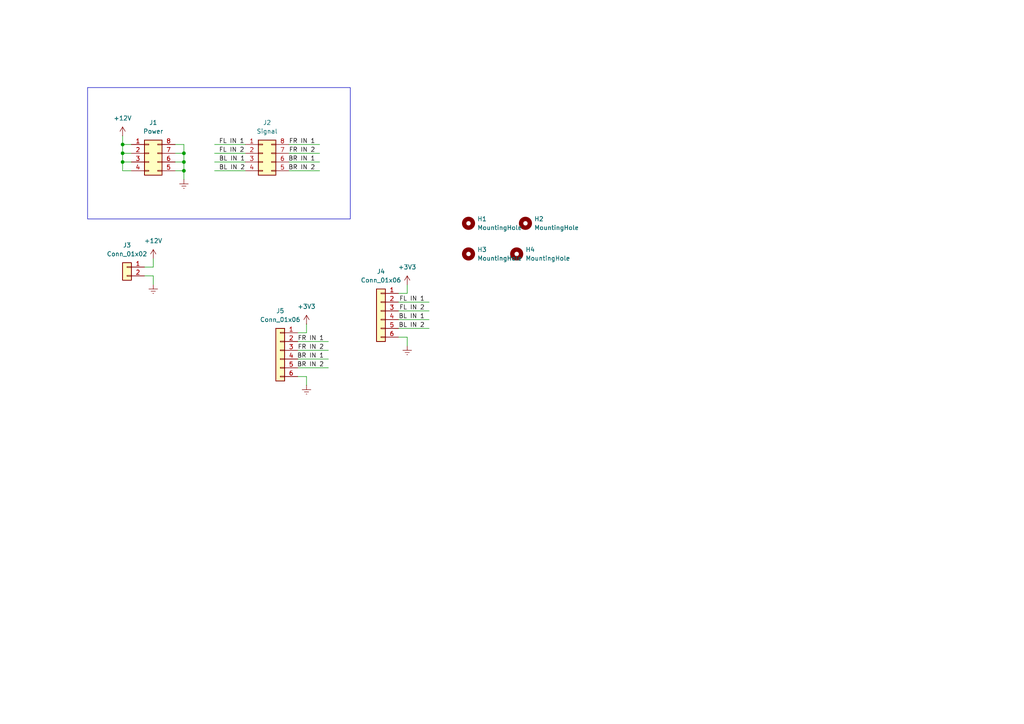
<source format=kicad_sch>
(kicad_sch (version 20231120) (generator "eeschema") (generator_version "8.0")
  (paper "A4")
  (lib_symbols
    (symbol "Connector_Generic:Conn_01x02" (pin_names (offset 1.016) hide)
      (property "Reference" "J" (at 0 2.54 0))
      (property "Value" "Conn_01x02" (at 0 -5.08 0))
      (symbol "Conn_01x02_1_1"
        (rectangle (start -1.27 -2.413) (end 0 -2.667) (stroke (width 0.1524)))
        (rectangle (start -1.27 0.127) (end 0 -0.127) (stroke (width 0.1524)))
        (rectangle (start -1.27 1.27) (end 1.27 -3.81) (stroke (width 0.254)) (fill (type background)))
        (pin passive line (at -5.08 0 0) (length 3.81) (name "Pin_1") (number "1"))
        (pin passive line (at -5.08 -2.54 0) (length 3.81) (name "Pin_2") (number "2"))
      )
    )
    (symbol "Connector_Generic:Conn_01x06" (pin_names (offset 1.016) hide)
      (property "Reference" "J" (at 0 7.62 0))
      (property "Value" "Conn_01x06" (at 0 -10.16 0))
      (symbol "Conn_01x06_1_1"
        (rectangle (start -1.27 -7.493) (end 0 -7.747) (stroke (width 0.1524)))
        (rectangle (start -1.27 -4.953) (end 0 -5.207) (stroke (width 0.1524)))
        (rectangle (start -1.27 -2.413) (end 0 -2.667) (stroke (width 0.1524)))
        (rectangle (start -1.27 0.127) (end 0 -0.127) (stroke (width 0.1524)))
        (rectangle (start -1.27 2.667) (end 0 2.413) (stroke (width 0.1524)))
        (rectangle (start -1.27 5.207) (end 0 4.953) (stroke (width 0.1524)))
        (rectangle (start -1.27 6.35) (end 1.27 -8.89) (stroke (width 0.254)) (fill (type background)))
        (pin passive line (at -5.08 5.08 0) (length 3.81) (name "Pin_1") (number "1"))
        (pin passive line (at -5.08 2.54 0) (length 3.81) (name "Pin_2") (number "2"))
        (pin passive line (at -5.08 0 0) (length 3.81) (name "Pin_3") (number "3"))
        (pin passive line (at -5.08 -2.54 0) (length 3.81) (name "Pin_4") (number "4"))
        (pin passive line (at -5.08 -5.08 0) (length 3.81) (name "Pin_5") (number "5"))
        (pin passive line (at -5.08 -7.62 0) (length 3.81) (name "Pin_6") (number "6"))
      )
    )
    (symbol "Connector_Generic:Conn_02x04_Counter_Clockwise" (pin_names (offset 1.016) hide)
      (property "Reference" "J" (at 1.27 5.08 0))
      (property "Value" "Conn_02x04_Counter_Clockwise" (at 1.27 -7.62 0))
      (symbol "Conn_02x04_Counter_Clockwise_1_1"
        (rectangle (start -1.27 -4.953) (end 0 -5.207) (stroke (width 0.1524)))
        (rectangle (start -1.27 -2.413) (end 0 -2.667) (stroke (width 0.1524)))
        (rectangle (start -1.27 0.127) (end 0 -0.127) (stroke (width 0.1524)))
        (rectangle (start -1.27 2.667) (end 0 2.413) (stroke (width 0.1524)))
        (rectangle (start -1.27 3.81) (end 3.81 -6.35) (stroke (width 0.254)) (fill (type background)))
        (rectangle (start 3.81 -4.953) (end 2.54 -5.207) (stroke (width 0.1524)))
        (rectangle (start 3.81 -2.413) (end 2.54 -2.667) (stroke (width 0.1524)))
        (rectangle (start 3.81 0.127) (end 2.54 -0.127) (stroke (width 0.1524)))
        (rectangle (start 3.81 2.667) (end 2.54 2.413) (stroke (width 0.1524)))
        (pin passive line (at -5.08 2.54 0) (length 3.81) (name "Pin_1") (number "1"))
        (pin passive line (at -5.08 0 0) (length 3.81) (name "Pin_2") (number "2"))
        (pin passive line (at -5.08 -2.54 0) (length 3.81) (name "Pin_3") (number "3"))
        (pin passive line (at -5.08 -5.08 0) (length 3.81) (name "Pin_4") (number "4"))
        (pin passive line (at 7.62 -5.08 180) (length 3.81) (name "Pin_5") (number "5"))
        (pin passive line (at 7.62 -2.54 180) (length 3.81) (name "Pin_6") (number "6"))
        (pin passive line (at 7.62 0 180) (length 3.81) (name "Pin_7") (number "7"))
        (pin passive line (at 7.62 2.54 180) (length 3.81) (name "Pin_8") (number "8"))
      )
    )
    (symbol "Mechanical:MountingHole" (pin_names (offset 1.016)) (exclude_from_sim yes) (in_bom no)
      (property "Reference" "H" (at 0 5.08 0))
      (property "Value" "MountingHole" (at 0 3.175 0))
      (symbol "MountingHole_0_1"
        (circle (center 0 0) (radius 1.27) (stroke (width 1.27)))
      )
    )
    (symbol "power:+12V" (power) (pin_numbers hide) (pin_names (offset 0) hide)
      (property "Value" "+12V" (at 0 3.556 0))
      (symbol "+12V_0_1"
        (polyline (pts (xy -0.762 1.27) (xy 0 2.54)))
        (polyline (pts (xy 0 0) (xy 0 2.54)))
        (polyline (pts (xy 0 2.54) (xy 0.762 1.27)))
      )
      (symbol "+12V_1_1"
        (pin power_in line (at 0 0 90) (length 0) (name "~") (number "1"))
      )
    )
    (symbol "power:+3V3" (power) (pin_numbers hide) (pin_names (offset 0) hide)
      (property "Value" "+3V3" (at 0 3.556 0))
      (symbol "+3V3_0_1"
        (polyline (pts (xy -0.762 1.27) (xy 0 2.54)))
        (polyline (pts (xy 0 0) (xy 0 2.54)))
        (polyline (pts (xy 0 2.54) (xy 0.762 1.27)))
      )
      (symbol "+3V3_1_1"
        (pin power_in line (at 0 0 90) (length 0) (name "~") (number "1"))
      )
    )
    (symbol "power:GNDREF" (power) (pin_numbers hide) (pin_names (offset 0) hide)
      (property "Value" "GNDREF" (at 0 -3.81 0))
      (symbol "GNDREF_0_1"
        (polyline (pts (xy -0.635 -1.905) (xy 0.635 -1.905)))
        (polyline (pts (xy -0.127 -2.54) (xy 0.127 -2.54)))
        (polyline (pts (xy 0 -1.27) (xy 0 0)))
        (polyline (pts (xy 1.27 -1.27) (xy -1.27 -1.27)))
      )
      (symbol "GNDREF_1_1"
        (pin power_in line (at 0 0 270) (length 0) (name "~") (number "1"))
      )
    )
  )
  (junction (at 35.56 44.45))
  (junction (at 53.34 46.99))
  (junction (at 53.34 44.45))
  (junction (at 35.56 46.99))
  (junction (at 53.34 49.53))
  (junction (at 35.56 41.91))
  (wire (pts (xy 44.45 74.93) (xy 44.45 77.47)))
  (wire (pts (xy 41.91 77.47) (xy 44.45 77.47)))
  (wire (pts (xy 124.46 92.71) (xy 115.57 92.71)))
  (wire (pts (xy 95.25 106.68) (xy 86.36 106.68)))
  (wire (pts (xy 53.34 46.99) (xy 50.8 46.99)))
  (wire (pts (xy 92.71 41.91) (xy 83.82 41.91)))
  (wire (pts (xy 44.45 80.01) (xy 44.45 82.55)))
  (wire (pts (xy 86.36 96.52) (xy 88.9 96.52)))
  (wire (pts (xy 124.46 90.17) (xy 115.57 90.17)))
  (wire (pts (xy 35.56 44.45) (xy 35.56 46.99)))
  (wire (pts (xy 95.25 99.06) (xy 86.36 99.06)))
  (wire (pts (xy 115.57 85.09) (xy 118.11 85.09)))
  (wire (pts (xy 53.34 49.53) (xy 53.34 46.99)))
  (wire (pts (xy 92.71 44.45) (xy 83.82 44.45)))
  (wire (pts (xy 118.11 97.79) (xy 118.11 100.33)))
  (wire (pts (xy 118.11 82.55) (xy 118.11 85.09)))
  (wire (pts (xy 95.25 104.14) (xy 86.36 104.14)))
  (wire (pts (xy 62.23 46.99) (xy 71.12 46.99)))
  (wire (pts (xy 62.23 44.45) (xy 71.12 44.45)))
  (wire (pts (xy 124.46 87.63) (xy 115.57 87.63)))
  (wire (pts (xy 53.34 44.45) (xy 53.34 41.91)))
  (wire (pts (xy 62.23 49.53) (xy 71.12 49.53)))
  (wire (pts (xy 92.71 49.53) (xy 83.82 49.53)))
  (wire (pts (xy 53.34 41.91) (xy 50.8 41.91)))
  (wire (pts (xy 35.56 44.45) (xy 38.1 44.45)))
  (wire (pts (xy 35.56 46.99) (xy 35.56 49.53)))
  (wire (pts (xy 35.56 49.53) (xy 38.1 49.53)))
  (wire (pts (xy 53.34 52.07) (xy 53.34 49.53)))
  (wire (pts (xy 35.56 39.37) (xy 35.56 41.91)))
  (wire (pts (xy 88.9 109.22) (xy 88.9 111.76)))
  (wire (pts (xy 53.34 46.99) (xy 53.34 44.45)))
  (wire (pts (xy 35.56 41.91) (xy 35.56 44.45)))
  (wire (pts (xy 86.36 109.22) (xy 88.9 109.22)))
  (wire (pts (xy 62.23 41.91) (xy 71.12 41.91)))
  (wire (pts (xy 35.56 46.99) (xy 38.1 46.99)))
  (wire (pts (xy 41.91 80.01) (xy 44.45 80.01)))
  (wire (pts (xy 92.71 46.99) (xy 83.82 46.99)))
  (wire (pts (xy 88.9 93.98) (xy 88.9 96.52)))
  (wire (pts (xy 53.34 49.53) (xy 50.8 49.53)))
  (wire (pts (xy 95.25 101.6) (xy 86.36 101.6)))
  (wire (pts (xy 115.57 97.79) (xy 118.11 97.79)))
  (wire (pts (xy 53.34 44.45) (xy 50.8 44.45)))
  (wire (pts (xy 35.56 41.91) (xy 38.1 41.91)))
  (wire (pts (xy 124.46 95.25) (xy 115.57 95.25)))
  (rectangle (start 25.4 25.4) (end 101.6 63.5))
  (label "FR IN 2" (at 93.98 101.6 180))
  (label "FR IN 2" (at 91.44 44.45 180))
  (label "FL IN 1" (at 123.19 87.63 180))
  (label "FL IN 2" (at 63.5 44.45 0))
  (label "BL IN 2" (at 123.19 95.25 180))
  (label "BR IN 1" (at 91.44 46.99 180))
  (label "BL IN 2" (at 63.5 49.53 0))
  (label "BR IN 2" (at 93.98 106.68 180))
  (label "FL IN 2" (at 123.19 90.17 180))
  (label "BR IN 2" (at 91.44 49.53 180))
  (label "FL IN 1" (at 63.5 41.91 0))
  (label "BL IN 1" (at 63.5 46.99 0))
  (label "BL IN 1" (at 123.19 92.71 180))
  (label "BR IN 1" (at 93.98 104.14 180))
  (label "FR IN 1" (at 93.98 99.06 180))
  (label "FR IN 1" (at 91.44 41.91 180))
  (symbol (lib_id "power:+12V") (at 35.56 39.37 0) (unit 1)
    (property "Reference" "#PWR01" (effects (hide yes)))
    (property "Value" "+12V" (at 35.56 34.29 0))
    (property "Description" "Power symbol creates a global label with name \"+12V\"" (effects (hide yes)))
  )
  (symbol (lib_id "Connector_Generic:Conn_01x06") (at 81.28 101.6 0) (mirror y) (unit 1)
    (property "Reference" "J5" (at 81.28 90.17 0))
    (property "Value" "Conn_01x06" (at 81.28 92.71 0))
    (property "Footprint" "Connector_JST:JST_XH_B6B-XH-A_1x06_P2.50mm_Vertical" (effects (hide yes)))
    (property "Description" "Generic connector, single row, 01x06, script generated (kicad-library-utils/schlib/autogen/connector/)" (effects (hide yes)))
  )
  (symbol (lib_id "power:+12V") (at 44.45 74.93 0) (unit 1)
    (property "Reference" "#PWR03" (effects (hide yes)))
    (property "Value" "+12V" (at 44.45 69.85 0))
    (property "Description" "Power symbol creates a global label with name \"+12V\"" (effects (hide yes)))
  )
  (symbol (lib_id "power:GNDREF") (at 118.11 100.33 0) (unit 1)
    (property "Reference" "#PWR06" (effects (hide yes)))
    (property "Value" "GNDREF" (effects (hide yes)))
    (property "Description" "Power symbol creates a global label with name \"GNDREF\" , reference supply ground" (effects (hide yes)))
  )
  (symbol (lib_id "Connector_Generic:Conn_01x06") (at 110.49 90.17 0) (mirror y) (unit 1)
    (property "Reference" "J4" (at 110.49 78.74 0))
    (property "Value" "Conn_01x06" (at 110.49 81.28 0))
    (property "Footprint" "Connector_JST:JST_XH_B6B-XH-A_1x06_P2.50mm_Vertical" (effects (hide yes)))
    (property "Description" "Generic connector, single row, 01x06, script generated (kicad-library-utils/schlib/autogen/connector/)" (effects (hide yes)))
  )
  (symbol (lib_id "power:GNDREF") (at 53.34 52.07 0) (unit 1)
    (property "Reference" "#PWR02" (effects (hide yes)))
    (property "Value" "GNDREF" (effects (hide yes)))
    (property "Description" "Power symbol creates a global label with name \"GNDREF\" , reference supply ground" (effects (hide yes)))
  )
  (symbol (lib_id "Mechanical:MountingHole") (at 152.4 64.77 0) (unit 1) (exclude_from_sim yes) (in_bom no)
    (property "Reference" "H2" (at 154.94 63.4999 0) (effects (justify left)))
    (property "Value" "MountingHole" (at 154.94 66.0399 0) (effects (justify left)))
    (property "Footprint" "MountingHole:MountingHole_3.2mm_M3_Pad" (effects (hide yes)))
    (property "Description" "Mounting Hole without connection" (effects (hide yes)))
  )
  (symbol (lib_id "power:+3V3") (at 88.9 93.98 0) (unit 1)
    (property "Reference" "#PWR07" (effects (hide yes)))
    (property "Value" "+3V3" (at 88.9 88.9 0))
    (property "Description" "Power symbol creates a global label with name \"+3V3\"" (effects (hide yes)))
  )
  (symbol (lib_id "power:GNDREF") (at 88.9 111.76 0) (unit 1)
    (property "Reference" "#PWR08" (effects (hide yes)))
    (property "Value" "GNDREF" (effects (hide yes)))
    (property "Description" "Power symbol creates a global label with name \"GNDREF\" , reference supply ground" (effects (hide yes)))
  )
  (symbol (lib_id "Connector_Generic:Conn_02x04_Counter_Clockwise") (at 43.18 44.45 0) (unit 1)
    (property "Reference" "J1" (at 44.45 35.56 0))
    (property "Value" "Power" (at 44.45 38.1 0))
    (property "Footprint" "Connector_PinSocket_2.54mm:PinSocket_2x04_P2.54mm_Vertical" (effects (hide yes)))
    (property "Description" "Generic connector, double row, 02x04, counter clockwise pin numbering scheme (similar to DIP package numbering), script generated (kicad-library-utils/schlib/autogen/connector/)" (effects (hide yes)))
  )
  (symbol (lib_id "power:+3V3") (at 118.11 82.55 0) (unit 1)
    (property "Reference" "#PWR05" (effects (hide yes)))
    (property "Value" "+3V3" (at 118.11 77.47 0))
    (property "Description" "Power symbol creates a global label with name \"+3V3\"" (effects (hide yes)))
  )
  (symbol (lib_id "Mechanical:MountingHole") (at 149.86 73.66 0) (unit 1) (exclude_from_sim yes) (in_bom no)
    (property "Reference" "H4" (at 152.4 72.3899 0) (effects (justify left)))
    (property "Value" "MountingHole" (at 152.4 74.9299 0) (effects (justify left)))
    (property "Footprint" "MountingHole:MountingHole_3.2mm_M3_Pad" (effects (hide yes)))
    (property "Description" "Mounting Hole without connection" (effects (hide yes)))
  )
  (symbol (lib_id "Mechanical:MountingHole") (at 135.89 64.77 0) (unit 1) (exclude_from_sim yes) (in_bom no)
    (property "Reference" "H1" (at 138.43 63.4999 0) (effects (justify left)))
    (property "Value" "MountingHole" (at 138.43 66.0399 0) (effects (justify left)))
    (property "Footprint" "MountingHole:MountingHole_3.2mm_M3_Pad" (effects (hide yes)))
    (property "Description" "Mounting Hole without connection" (effects (hide yes)))
  )
  (symbol (lib_id "Mechanical:MountingHole") (at 135.89 73.66 0) (unit 1) (exclude_from_sim yes) (in_bom no)
    (property "Reference" "H3" (at 138.43 72.3899 0) (effects (justify left)))
    (property "Value" "MountingHole" (at 138.43 74.9299 0) (effects (justify left)))
    (property "Footprint" "MountingHole:MountingHole_3.2mm_M3_Pad" (effects (hide yes)))
    (property "Description" "Mounting Hole without connection" (effects (hide yes)))
  )
  (symbol (lib_id "Connector_Generic:Conn_02x04_Counter_Clockwise") (at 76.2 44.45 0) (unit 1)
    (property "Reference" "J2" (at 77.47 35.56 0))
    (property "Value" "Signal" (at 77.47 38.1 0))
    (property "Footprint" "Connector_PinSocket_2.54mm:PinSocket_2x04_P2.54mm_Vertical" (effects (hide yes)))
    (property "Description" "Generic connector, double row, 02x04, counter clockwise pin numbering scheme (similar to DIP package numbering), script generated (kicad-library-utils/schlib/autogen/connector/)" (effects (hide yes)))
  )
  (symbol (lib_id "Connector_Generic:Conn_01x02") (at 36.83 77.47 0) (mirror y) (unit 1)
    (property "Reference" "J3" (at 36.83 71.12 0))
    (property "Value" "Conn_01x02" (at 36.83 73.66 0))
    (property "Footprint" "Library:xt30-f" (effects (hide yes)))
    (property "Description" "Generic connector, single row, 01x02, script generated (kicad-library-utils/schlib/autogen/connector/)" (effects (hide yes)))
  )
  (symbol (lib_id "power:GNDREF") (at 44.45 82.55 0) (unit 1)
    (property "Reference" "#PWR04" (effects (hide yes)))
    (property "Value" "GNDREF" (effects (hide yes)))
    (property "Description" "Power symbol creates a global label with name \"GNDREF\" , reference supply ground" (effects (hide yes)))
  )
)
</source>
